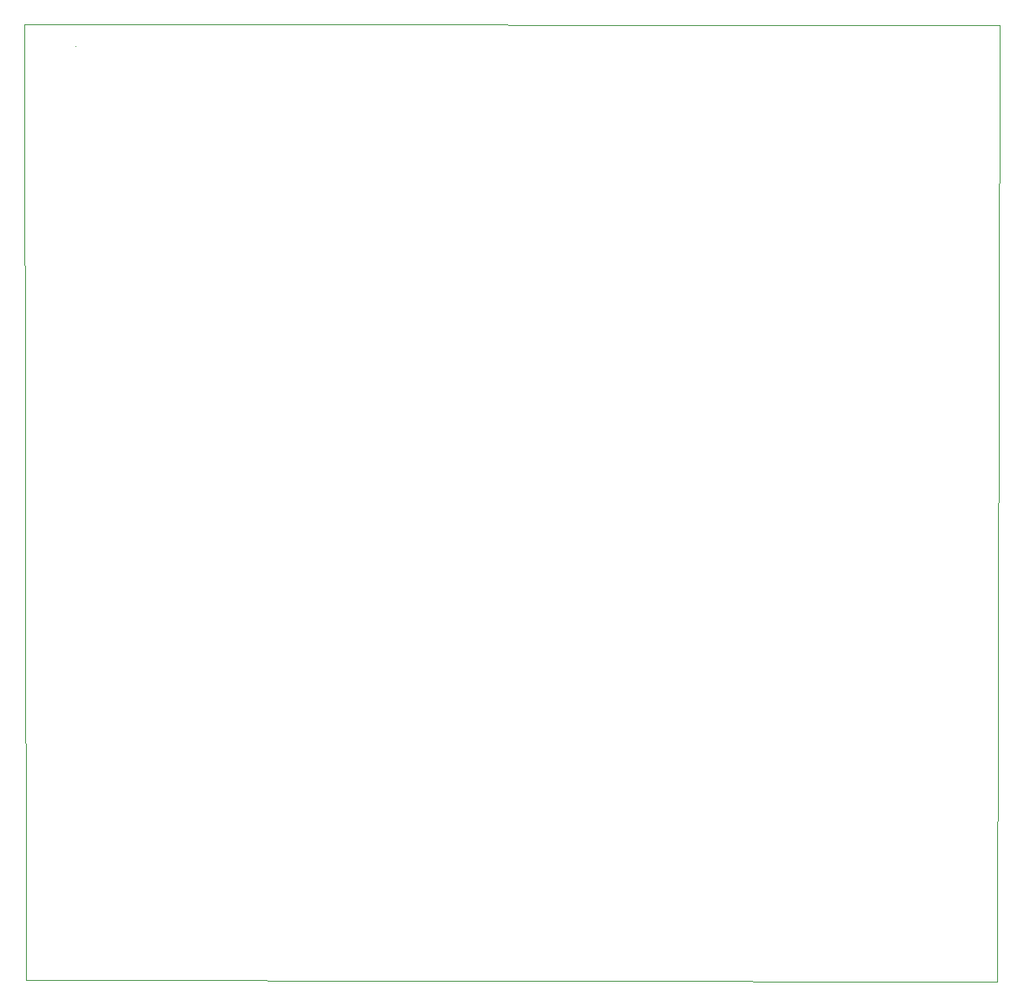
<source format=gbr>
%TF.GenerationSoftware,KiCad,Pcbnew,(5.1.6)-1*%
%TF.CreationDate,2020-11-28T00:37:20-05:00*%
%TF.ProjectId,arduino_graphite,61726475-696e-46f5-9f67-726170686974,rev?*%
%TF.SameCoordinates,Original*%
%TF.FileFunction,Profile,NP*%
%FSLAX46Y46*%
G04 Gerber Fmt 4.6, Leading zero omitted, Abs format (unit mm)*
G04 Created by KiCad (PCBNEW (5.1.6)-1) date 2020-11-28 00:37:20*
%MOMM*%
%LPD*%
G01*
G04 APERTURE LIST*
%TA.AperFunction,Profile*%
%ADD10C,0.050000*%
%TD*%
G04 APERTURE END LIST*
D10*
X38811200Y-32588200D02*
X38811200Y-32588200D01*
X132105400Y-30403800D02*
X131851400Y-127050800D01*
X33705800Y-30353000D02*
X33858200Y-126847600D01*
X132105400Y-30403800D02*
X33705800Y-30353000D01*
X131851400Y-127050800D02*
X33858200Y-126847600D01*
M02*

</source>
